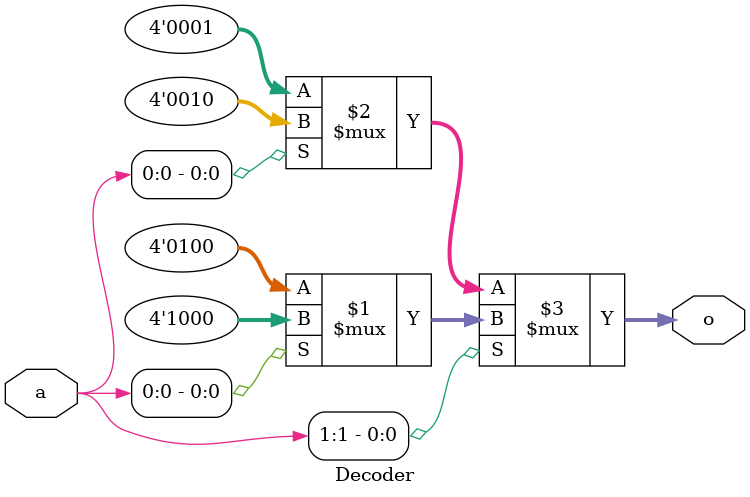
<source format=v>
module Decoder(a,o);
  input [1:0] a;
  output [3:0] o;

  //assign o=(~a[0]*~a[1])+(a[0]*~a[1])+(~a[0]*a[1])+(a[0]*a[1]);
  //assign o= 4'b0001<<a;
  assign o= a[1]?(a[0]?4'b1000:4'b0100):(a[0]?4'b0010:4'b0001);
endmodule

</source>
